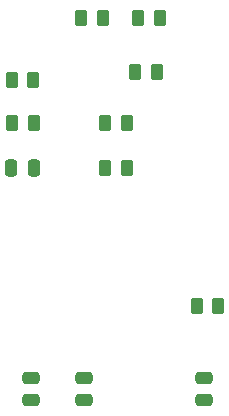
<source format=gbr>
%TF.GenerationSoftware,KiCad,Pcbnew,7.0.10*%
%TF.CreationDate,2024-03-04T00:36:13-06:00*%
%TF.ProjectId,ESP32,45535033-322e-46b6-9963-61645f706362,rev?*%
%TF.SameCoordinates,Original*%
%TF.FileFunction,Paste,Bot*%
%TF.FilePolarity,Positive*%
%FSLAX46Y46*%
G04 Gerber Fmt 4.6, Leading zero omitted, Abs format (unit mm)*
G04 Created by KiCad (PCBNEW 7.0.10) date 2024-03-04 00:36:13*
%MOMM*%
%LPD*%
G01*
G04 APERTURE LIST*
G04 Aperture macros list*
%AMRoundRect*
0 Rectangle with rounded corners*
0 $1 Rounding radius*
0 $2 $3 $4 $5 $6 $7 $8 $9 X,Y pos of 4 corners*
0 Add a 4 corners polygon primitive as box body*
4,1,4,$2,$3,$4,$5,$6,$7,$8,$9,$2,$3,0*
0 Add four circle primitives for the rounded corners*
1,1,$1+$1,$2,$3*
1,1,$1+$1,$4,$5*
1,1,$1+$1,$6,$7*
1,1,$1+$1,$8,$9*
0 Add four rect primitives between the rounded corners*
20,1,$1+$1,$2,$3,$4,$5,0*
20,1,$1+$1,$4,$5,$6,$7,0*
20,1,$1+$1,$6,$7,$8,$9,0*
20,1,$1+$1,$8,$9,$2,$3,0*%
G04 Aperture macros list end*
%ADD10RoundRect,0.250000X-0.262500X-0.450000X0.262500X-0.450000X0.262500X0.450000X-0.262500X0.450000X0*%
%ADD11RoundRect,0.250000X-0.475000X0.250000X-0.475000X-0.250000X0.475000X-0.250000X0.475000X0.250000X0*%
%ADD12RoundRect,0.250000X0.250000X0.475000X-0.250000X0.475000X-0.250000X-0.475000X0.250000X-0.475000X0*%
%ADD13RoundRect,0.250000X0.262500X0.450000X-0.262500X0.450000X-0.262500X-0.450000X0.262500X-0.450000X0*%
G04 APERTURE END LIST*
D10*
%TO.C,R7*%
X98616500Y-97409000D03*
X96791500Y-97409000D03*
%TD*%
%TO.C,R10*%
X90725000Y-89916000D03*
X88900000Y-89916000D03*
%TD*%
D11*
%TO.C,C3*%
X94996000Y-117028000D03*
X94996000Y-115128000D03*
%TD*%
%TO.C,C5*%
X105156000Y-115128000D03*
X105156000Y-117028000D03*
%TD*%
%TO.C,C4*%
X90551000Y-117028000D03*
X90551000Y-115128000D03*
%TD*%
D12*
%TO.C,C1*%
X88862500Y-97409000D03*
X90762500Y-97409000D03*
%TD*%
D13*
%TO.C,R11*%
X88917500Y-93599000D03*
X90742500Y-93599000D03*
%TD*%
D10*
%TO.C,R13*%
X96584500Y-84709000D03*
X94759500Y-84709000D03*
%TD*%
D13*
%TO.C,R1*%
X96791500Y-93599000D03*
X98616500Y-93599000D03*
%TD*%
D10*
%TO.C,R12*%
X101410500Y-84709000D03*
X99585500Y-84709000D03*
%TD*%
%TO.C,R8*%
X101156500Y-89281000D03*
X99331500Y-89281000D03*
%TD*%
D13*
%TO.C,R4*%
X104544500Y-109093000D03*
X106369500Y-109093000D03*
%TD*%
M02*

</source>
